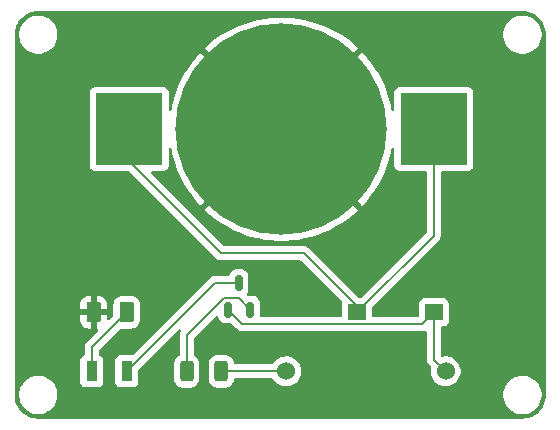
<source format=gtl>
G04 #@! TF.GenerationSoftware,KiCad,Pcbnew,9.0.7*
G04 #@! TF.CreationDate,2026-02-22T02:57:33-08:00*
G04 #@! TF.ProjectId,Cup Cover,43757020-436f-4766-9572-2e6b69636164,rev?*
G04 #@! TF.SameCoordinates,Original*
G04 #@! TF.FileFunction,Copper,L1,Top*
G04 #@! TF.FilePolarity,Positive*
%FSLAX46Y46*%
G04 Gerber Fmt 4.6, Leading zero omitted, Abs format (unit mm)*
G04 Created by KiCad (PCBNEW 9.0.7) date 2026-02-22 02:57:33*
%MOMM*%
%LPD*%
G01*
G04 APERTURE LIST*
G04 Aperture macros list*
%AMRoundRect*
0 Rectangle with rounded corners*
0 $1 Rounding radius*
0 $2 $3 $4 $5 $6 $7 $8 $9 X,Y pos of 4 corners*
0 Add a 4 corners polygon primitive as box body*
4,1,4,$2,$3,$4,$5,$6,$7,$8,$9,$2,$3,0*
0 Add four circle primitives for the rounded corners*
1,1,$1+$1,$2,$3*
1,1,$1+$1,$4,$5*
1,1,$1+$1,$6,$7*
1,1,$1+$1,$8,$9*
0 Add four rect primitives between the rounded corners*
20,1,$1+$1,$2,$3,$4,$5,0*
20,1,$1+$1,$4,$5,$6,$7,0*
20,1,$1+$1,$6,$7,$8,$9,0*
20,1,$1+$1,$8,$9,$2,$3,0*%
G04 Aperture macros list end*
G04 #@! TA.AperFunction,SMDPad,CuDef*
%ADD10RoundRect,0.250000X-0.375000X-0.625000X0.375000X-0.625000X0.375000X0.625000X-0.375000X0.625000X0*%
G04 #@! TD*
G04 #@! TA.AperFunction,ComponentPad*
%ADD11C,1.530000*%
G04 #@! TD*
G04 #@! TA.AperFunction,SMDPad,CuDef*
%ADD12C,17.900000*%
G04 #@! TD*
G04 #@! TA.AperFunction,SMDPad,CuDef*
%ADD13R,5.700000X6.100000*%
G04 #@! TD*
G04 #@! TA.AperFunction,SMDPad,CuDef*
%ADD14R,1.500000X1.400000*%
G04 #@! TD*
G04 #@! TA.AperFunction,SMDPad,CuDef*
%ADD15RoundRect,0.150000X0.150000X-0.512500X0.150000X0.512500X-0.150000X0.512500X-0.150000X-0.512500X0*%
G04 #@! TD*
G04 #@! TA.AperFunction,SMDPad,CuDef*
%ADD16R,0.970000X1.730000*%
G04 #@! TD*
G04 #@! TA.AperFunction,SMDPad,CuDef*
%ADD17RoundRect,0.250000X0.312500X0.625000X-0.312500X0.625000X-0.312500X-0.625000X0.312500X-0.625000X0*%
G04 #@! TD*
G04 #@! TA.AperFunction,Conductor*
%ADD18C,0.200000*%
G04 #@! TD*
G04 APERTURE END LIST*
D10*
X59700000Y-62000000D03*
X62500000Y-62000000D03*
D11*
X76000000Y-67000000D03*
D12*
X75600000Y-46500000D03*
D13*
X88500000Y-46500000D03*
X62700000Y-46500000D03*
D14*
X82000000Y-62000000D03*
X88500000Y-62000000D03*
D11*
X89500000Y-67000000D03*
D15*
X71050000Y-61775000D03*
X72950000Y-61775000D03*
X72000000Y-59500000D03*
D16*
X62500000Y-67000000D03*
X59540000Y-67000000D03*
D17*
X70500000Y-67000000D03*
X67575000Y-67000000D03*
D18*
X82000000Y-61500000D02*
X82000000Y-62000000D01*
X77500000Y-57000000D02*
X82000000Y-61500000D01*
X70500000Y-57000000D02*
X77500000Y-57000000D01*
X62700000Y-49200000D02*
X70500000Y-57000000D01*
X62700000Y-46500000D02*
X62700000Y-49200000D01*
X75600000Y-46500000D02*
X75550000Y-46450000D01*
X88500000Y-46500000D02*
X88500000Y-55500000D01*
X88500000Y-55500000D02*
X82000000Y-62000000D01*
X70000000Y-59500000D02*
X62500000Y-67000000D01*
X72000000Y-59500000D02*
X70000000Y-59500000D01*
X71986500Y-60811500D02*
X72950000Y-61775000D01*
X67575000Y-63945532D02*
X70709032Y-60811500D01*
X67575000Y-67000000D02*
X67575000Y-63945532D01*
X70709032Y-60811500D02*
X71986500Y-60811500D01*
X59540000Y-64960000D02*
X62500000Y-62000000D01*
X59540000Y-67000000D02*
X59540000Y-64960000D01*
X72276000Y-63001000D02*
X71050000Y-61775000D01*
X88500000Y-62000000D02*
X88500000Y-66000000D01*
X88500000Y-66000000D02*
X89500000Y-67000000D01*
X88500000Y-62000000D02*
X87499000Y-63001000D01*
X87499000Y-63001000D02*
X72276000Y-63001000D01*
X76000000Y-67000000D02*
X70500000Y-67000000D01*
G04 #@! TA.AperFunction,Conductor*
G36*
X96004043Y-36500765D02*
G01*
X96252895Y-36517075D01*
X96268953Y-36519190D01*
X96476105Y-36560395D01*
X96509535Y-36567045D01*
X96525202Y-36571243D01*
X96694947Y-36628863D01*
X96757481Y-36650091D01*
X96772458Y-36656294D01*
X96981799Y-36759529D01*
X96992460Y-36764787D01*
X97006508Y-36772897D01*
X97210464Y-36909177D01*
X97223325Y-36919045D01*
X97315688Y-37000046D01*
X97407749Y-37080781D01*
X97419218Y-37092250D01*
X97580951Y-37276671D01*
X97590825Y-37289539D01*
X97727102Y-37493492D01*
X97735212Y-37507539D01*
X97843702Y-37727534D01*
X97849909Y-37742520D01*
X97928756Y-37974797D01*
X97932954Y-37990464D01*
X97980807Y-38231035D01*
X97982925Y-38247116D01*
X97999235Y-38495956D01*
X97999500Y-38504066D01*
X97999500Y-68995933D01*
X97999235Y-69004043D01*
X97982925Y-69252883D01*
X97980807Y-69268964D01*
X97932954Y-69509535D01*
X97928756Y-69525202D01*
X97849909Y-69757479D01*
X97843702Y-69772465D01*
X97735212Y-69992460D01*
X97727102Y-70006507D01*
X97590825Y-70210460D01*
X97580951Y-70223328D01*
X97419218Y-70407749D01*
X97407749Y-70419218D01*
X97223328Y-70580951D01*
X97210460Y-70590825D01*
X97006507Y-70727102D01*
X96992460Y-70735212D01*
X96772465Y-70843702D01*
X96757479Y-70849909D01*
X96525202Y-70928756D01*
X96509535Y-70932954D01*
X96268964Y-70980807D01*
X96252883Y-70982925D01*
X96004043Y-70999235D01*
X95995933Y-70999500D01*
X55004067Y-70999500D01*
X54995957Y-70999235D01*
X54747116Y-70982925D01*
X54731035Y-70980807D01*
X54490464Y-70932954D01*
X54474797Y-70928756D01*
X54242520Y-70849909D01*
X54227534Y-70843702D01*
X54007539Y-70735212D01*
X53993492Y-70727102D01*
X53789539Y-70590825D01*
X53776671Y-70580951D01*
X53774081Y-70578680D01*
X53592250Y-70419218D01*
X53580781Y-70407749D01*
X53419048Y-70223328D01*
X53409174Y-70210460D01*
X53272897Y-70006507D01*
X53264787Y-69992460D01*
X53259529Y-69981799D01*
X53156294Y-69772458D01*
X53150090Y-69757479D01*
X53071243Y-69525202D01*
X53067045Y-69509535D01*
X53043618Y-69391759D01*
X53019190Y-69268953D01*
X53017075Y-69252895D01*
X53000765Y-69004043D01*
X53000500Y-68995933D01*
X53000500Y-68872619D01*
X53381466Y-68872619D01*
X53381466Y-68939471D01*
X53381466Y-69127381D01*
X53421320Y-69379008D01*
X53500046Y-69621301D01*
X53615705Y-69848297D01*
X53765451Y-70054404D01*
X53945596Y-70234549D01*
X54151703Y-70384295D01*
X54378699Y-70499954D01*
X54620992Y-70578680D01*
X54872619Y-70618534D01*
X54872620Y-70618534D01*
X55127380Y-70618534D01*
X55127381Y-70618534D01*
X55379008Y-70578680D01*
X55621301Y-70499954D01*
X55848297Y-70384295D01*
X56054404Y-70234549D01*
X56234549Y-70054404D01*
X56384295Y-69848297D01*
X56499954Y-69621301D01*
X56578680Y-69379008D01*
X56618534Y-69127381D01*
X56618534Y-68872619D01*
X94381466Y-68872619D01*
X94381466Y-68939471D01*
X94381466Y-69127381D01*
X94421320Y-69379008D01*
X94500046Y-69621301D01*
X94615705Y-69848297D01*
X94765451Y-70054404D01*
X94945596Y-70234549D01*
X95151703Y-70384295D01*
X95378699Y-70499954D01*
X95620992Y-70578680D01*
X95872619Y-70618534D01*
X95872620Y-70618534D01*
X96127380Y-70618534D01*
X96127381Y-70618534D01*
X96379008Y-70578680D01*
X96621301Y-70499954D01*
X96848297Y-70384295D01*
X97054404Y-70234549D01*
X97234549Y-70054404D01*
X97384295Y-69848297D01*
X97499954Y-69621301D01*
X97578680Y-69379008D01*
X97618534Y-69127381D01*
X97618534Y-68872619D01*
X97578680Y-68620992D01*
X97499954Y-68378699D01*
X97384295Y-68151703D01*
X97234549Y-67945596D01*
X97054404Y-67765451D01*
X96848297Y-67615705D01*
X96621301Y-67500046D01*
X96379008Y-67421320D01*
X96127381Y-67381466D01*
X95872619Y-67381466D01*
X95746805Y-67401393D01*
X95620991Y-67421320D01*
X95508574Y-67457846D01*
X95378699Y-67500046D01*
X95378696Y-67500047D01*
X95378694Y-67500048D01*
X95151701Y-67615706D01*
X95151698Y-67615708D01*
X95070066Y-67675018D01*
X94945596Y-67765451D01*
X94945594Y-67765453D01*
X94945593Y-67765453D01*
X94765453Y-67945593D01*
X94765453Y-67945594D01*
X94765451Y-67945596D01*
X94696027Y-68041149D01*
X94615708Y-68151698D01*
X94615706Y-68151701D01*
X94500048Y-68378694D01*
X94500047Y-68378696D01*
X94500046Y-68378699D01*
X94421320Y-68620992D01*
X94381466Y-68872619D01*
X56618534Y-68872619D01*
X56578680Y-68620992D01*
X56499954Y-68378699D01*
X56384295Y-68151703D01*
X56234549Y-67945596D01*
X56054404Y-67765451D01*
X55848297Y-67615705D01*
X55621301Y-67500046D01*
X55379008Y-67421320D01*
X55127381Y-67381466D01*
X54872619Y-67381466D01*
X54746805Y-67401393D01*
X54620991Y-67421320D01*
X54508574Y-67457846D01*
X54378699Y-67500046D01*
X54378696Y-67500047D01*
X54378694Y-67500048D01*
X54151701Y-67615706D01*
X54151698Y-67615708D01*
X54070066Y-67675018D01*
X53945596Y-67765451D01*
X53945594Y-67765453D01*
X53945593Y-67765453D01*
X53765453Y-67945593D01*
X53765453Y-67945594D01*
X53765451Y-67945596D01*
X53696027Y-68041149D01*
X53615708Y-68151698D01*
X53615706Y-68151701D01*
X53500048Y-68378694D01*
X53500047Y-68378696D01*
X53500046Y-68378699D01*
X53421320Y-68620992D01*
X53381466Y-68872619D01*
X53000500Y-68872619D01*
X53000500Y-66087135D01*
X58554500Y-66087135D01*
X58554500Y-67912870D01*
X58554501Y-67912876D01*
X58560908Y-67972483D01*
X58611202Y-68107328D01*
X58611206Y-68107335D01*
X58697452Y-68222544D01*
X58697455Y-68222547D01*
X58812664Y-68308793D01*
X58812671Y-68308797D01*
X58947517Y-68359091D01*
X58947516Y-68359091D01*
X58954444Y-68359835D01*
X59007127Y-68365500D01*
X60072872Y-68365499D01*
X60132483Y-68359091D01*
X60267331Y-68308796D01*
X60382546Y-68222546D01*
X60468796Y-68107331D01*
X60519091Y-67972483D01*
X60525500Y-67912873D01*
X60525499Y-66087128D01*
X60519867Y-66034733D01*
X60519091Y-66027516D01*
X60468797Y-65892671D01*
X60468793Y-65892664D01*
X60382547Y-65777455D01*
X60382544Y-65777452D01*
X60267335Y-65691206D01*
X60267329Y-65691203D01*
X60221166Y-65673985D01*
X60165233Y-65632113D01*
X60140816Y-65566649D01*
X60140500Y-65557803D01*
X60140500Y-65260096D01*
X60160185Y-65193057D01*
X60176814Y-65172420D01*
X61941456Y-63407777D01*
X62002777Y-63374294D01*
X62041734Y-63372102D01*
X62074991Y-63375500D01*
X62925008Y-63375499D01*
X62925016Y-63375498D01*
X62925019Y-63375498D01*
X62981650Y-63369713D01*
X63027797Y-63364999D01*
X63194334Y-63309814D01*
X63343656Y-63217712D01*
X63467712Y-63093656D01*
X63559814Y-62944334D01*
X63614999Y-62777797D01*
X63625500Y-62675009D01*
X63625499Y-61324992D01*
X63614999Y-61222203D01*
X63559814Y-61055666D01*
X63467712Y-60906344D01*
X63343656Y-60782288D01*
X63194334Y-60690186D01*
X63027797Y-60635001D01*
X63027795Y-60635000D01*
X62925010Y-60624500D01*
X62074998Y-60624500D01*
X62074980Y-60624501D01*
X61972203Y-60635000D01*
X61972200Y-60635001D01*
X61805668Y-60690185D01*
X61805663Y-60690187D01*
X61656342Y-60782289D01*
X61532289Y-60906342D01*
X61440187Y-61055663D01*
X61440185Y-61055668D01*
X61434460Y-61072945D01*
X61385001Y-61222203D01*
X61385001Y-61222204D01*
X61385000Y-61222204D01*
X61374500Y-61324983D01*
X61374500Y-62224901D01*
X61354815Y-62291940D01*
X61338181Y-62312582D01*
X61036681Y-62614082D01*
X60975358Y-62647567D01*
X60905666Y-62642583D01*
X60849733Y-62600711D01*
X60825316Y-62535247D01*
X60825000Y-62526401D01*
X60825000Y-62250000D01*
X59950000Y-62250000D01*
X59950000Y-63374999D01*
X59976402Y-63374999D01*
X60043441Y-63394684D01*
X60089196Y-63447488D01*
X60099140Y-63516646D01*
X60070115Y-63580202D01*
X60064083Y-63586680D01*
X59171286Y-64479478D01*
X59059481Y-64591282D01*
X59059479Y-64591285D01*
X59009361Y-64678094D01*
X59009359Y-64678096D01*
X58980425Y-64728209D01*
X58980424Y-64728210D01*
X58980423Y-64728215D01*
X58939499Y-64880943D01*
X58939499Y-64880945D01*
X58939499Y-65049046D01*
X58939500Y-65049059D01*
X58939500Y-65557803D01*
X58919815Y-65624842D01*
X58867011Y-65670597D01*
X58858834Y-65673985D01*
X58812670Y-65691203D01*
X58812664Y-65691206D01*
X58697455Y-65777452D01*
X58697452Y-65777455D01*
X58611206Y-65892664D01*
X58611202Y-65892671D01*
X58560908Y-66027517D01*
X58554501Y-66087116D01*
X58554501Y-66087123D01*
X58554500Y-66087135D01*
X53000500Y-66087135D01*
X53000500Y-62674986D01*
X58575001Y-62674986D01*
X58585494Y-62777697D01*
X58640641Y-62944119D01*
X58640643Y-62944124D01*
X58732684Y-63093345D01*
X58856654Y-63217315D01*
X59005875Y-63309356D01*
X59005880Y-63309358D01*
X59172302Y-63364505D01*
X59172309Y-63364506D01*
X59275019Y-63374999D01*
X59449999Y-63374999D01*
X59450000Y-63374998D01*
X59450000Y-62250000D01*
X58575001Y-62250000D01*
X58575001Y-62674986D01*
X53000500Y-62674986D01*
X53000500Y-61325013D01*
X58575000Y-61325013D01*
X58575000Y-61750000D01*
X59450000Y-61750000D01*
X59950000Y-61750000D01*
X60824999Y-61750000D01*
X60824999Y-61325028D01*
X60824998Y-61325013D01*
X60814505Y-61222302D01*
X60759358Y-61055880D01*
X60759356Y-61055875D01*
X60667315Y-60906654D01*
X60543345Y-60782684D01*
X60394124Y-60690643D01*
X60394119Y-60690641D01*
X60227697Y-60635494D01*
X60227690Y-60635493D01*
X60124986Y-60625000D01*
X59950000Y-60625000D01*
X59950000Y-61750000D01*
X59450000Y-61750000D01*
X59450000Y-60625000D01*
X59275029Y-60625000D01*
X59275012Y-60625001D01*
X59172302Y-60635494D01*
X59005880Y-60690641D01*
X59005875Y-60690643D01*
X58856654Y-60782684D01*
X58732684Y-60906654D01*
X58640643Y-61055875D01*
X58640641Y-61055880D01*
X58585494Y-61222302D01*
X58585493Y-61222309D01*
X58575000Y-61325013D01*
X53000500Y-61325013D01*
X53000500Y-43402135D01*
X59349500Y-43402135D01*
X59349500Y-49597870D01*
X59349501Y-49597876D01*
X59355908Y-49657483D01*
X59406202Y-49792328D01*
X59406206Y-49792335D01*
X59492452Y-49907544D01*
X59492455Y-49907547D01*
X59607664Y-49993793D01*
X59607671Y-49993797D01*
X59742517Y-50044091D01*
X59742516Y-50044091D01*
X59749444Y-50044835D01*
X59802127Y-50050500D01*
X62649902Y-50050499D01*
X62716941Y-50070184D01*
X62737582Y-50086817D01*
X70131284Y-57480520D01*
X70268215Y-57559577D01*
X70420943Y-57600501D01*
X70420946Y-57600501D01*
X70586654Y-57600501D01*
X70586670Y-57600500D01*
X77199903Y-57600500D01*
X77266942Y-57620185D01*
X77287584Y-57636819D01*
X80723710Y-61072945D01*
X80757195Y-61134268D01*
X80756708Y-61189130D01*
X80755909Y-61192511D01*
X80749501Y-61252116D01*
X80749500Y-61252127D01*
X80749500Y-61823735D01*
X80749501Y-62276500D01*
X80729817Y-62343539D01*
X80677013Y-62389294D01*
X80625501Y-62400500D01*
X73874500Y-62400500D01*
X73807461Y-62380815D01*
X73761706Y-62328011D01*
X73750500Y-62276500D01*
X73750500Y-61196813D01*
X73750499Y-61196798D01*
X73747598Y-61159932D01*
X73747597Y-61159926D01*
X73701745Y-61002106D01*
X73701744Y-61002103D01*
X73701744Y-61002102D01*
X73618081Y-60860635D01*
X73618079Y-60860633D01*
X73618076Y-60860629D01*
X73501870Y-60744423D01*
X73501862Y-60744417D01*
X73360396Y-60660755D01*
X73360393Y-60660754D01*
X73202573Y-60614902D01*
X73202567Y-60614901D01*
X73165701Y-60612000D01*
X73165694Y-60612000D01*
X72767895Y-60612000D01*
X72700856Y-60592315D01*
X72655101Y-60539511D01*
X72645157Y-60470353D01*
X72665671Y-60422003D01*
X72664110Y-60421080D01*
X72678026Y-60397548D01*
X72751744Y-60272898D01*
X72797598Y-60115069D01*
X72800500Y-60078194D01*
X72800500Y-58921806D01*
X72797598Y-58884931D01*
X72751744Y-58727102D01*
X72668081Y-58585635D01*
X72668079Y-58585633D01*
X72668076Y-58585629D01*
X72551870Y-58469423D01*
X72551862Y-58469417D01*
X72410396Y-58385755D01*
X72410393Y-58385754D01*
X72252573Y-58339902D01*
X72252567Y-58339901D01*
X72215701Y-58337000D01*
X72215694Y-58337000D01*
X71784306Y-58337000D01*
X71784298Y-58337000D01*
X71747432Y-58339901D01*
X71747426Y-58339902D01*
X71589606Y-58385754D01*
X71589603Y-58385755D01*
X71448137Y-58469417D01*
X71448129Y-58469423D01*
X71331923Y-58585629D01*
X71331917Y-58585637D01*
X71248255Y-58727103D01*
X71248254Y-58727104D01*
X71224143Y-58810096D01*
X71186536Y-58868981D01*
X71123064Y-58898187D01*
X71105067Y-58899500D01*
X70086670Y-58899500D01*
X70086654Y-58899499D01*
X70079058Y-58899499D01*
X69920943Y-58899499D01*
X69844579Y-58919961D01*
X69768214Y-58940423D01*
X69768209Y-58940426D01*
X69631290Y-59019475D01*
X69631282Y-59019481D01*
X63052582Y-65598181D01*
X62991259Y-65631666D01*
X62964901Y-65634500D01*
X61967129Y-65634500D01*
X61967123Y-65634501D01*
X61907516Y-65640908D01*
X61772671Y-65691202D01*
X61772664Y-65691206D01*
X61657455Y-65777452D01*
X61657452Y-65777455D01*
X61571206Y-65892664D01*
X61571202Y-65892671D01*
X61520908Y-66027517D01*
X61514501Y-66087116D01*
X61514501Y-66087123D01*
X61514500Y-66087135D01*
X61514500Y-67912870D01*
X61514501Y-67912876D01*
X61520908Y-67972483D01*
X61571202Y-68107328D01*
X61571206Y-68107335D01*
X61657452Y-68222544D01*
X61657455Y-68222547D01*
X61772664Y-68308793D01*
X61772671Y-68308797D01*
X61907517Y-68359091D01*
X61907516Y-68359091D01*
X61914444Y-68359835D01*
X61967127Y-68365500D01*
X63032872Y-68365499D01*
X63092483Y-68359091D01*
X63227331Y-68308796D01*
X63342546Y-68222546D01*
X63428796Y-68107331D01*
X63479091Y-67972483D01*
X63485500Y-67912873D01*
X63485499Y-66915095D01*
X63505183Y-66848057D01*
X63521813Y-66827420D01*
X66868421Y-63480813D01*
X66885330Y-63471580D01*
X66899277Y-63458282D01*
X66915364Y-63455180D01*
X66929742Y-63447330D01*
X66948961Y-63448704D01*
X66967884Y-63445057D01*
X66983093Y-63451145D01*
X66999434Y-63452314D01*
X67014859Y-63463861D01*
X67032749Y-63471023D01*
X67042253Y-63484368D01*
X67055367Y-63494186D01*
X67062100Y-63512238D01*
X67073279Y-63527936D01*
X67074058Y-63544300D01*
X67079784Y-63559650D01*
X67075687Y-63578479D01*
X67076605Y-63597727D01*
X67065425Y-63625656D01*
X67064932Y-63627923D01*
X67063489Y-63630493D01*
X67044362Y-63663624D01*
X67044359Y-63663628D01*
X67015425Y-63713741D01*
X67015424Y-63713742D01*
X67015423Y-63713747D01*
X66974499Y-63866475D01*
X66974499Y-63866477D01*
X66974499Y-64034578D01*
X66974500Y-64034591D01*
X66974500Y-65601652D01*
X66954815Y-65668691D01*
X66915598Y-65707189D01*
X66871321Y-65734500D01*
X66793842Y-65782289D01*
X66669789Y-65906342D01*
X66577687Y-66055663D01*
X66577685Y-66055668D01*
X66567260Y-66087129D01*
X66522501Y-66222203D01*
X66522501Y-66222204D01*
X66522500Y-66222204D01*
X66512000Y-66324983D01*
X66512000Y-67675001D01*
X66512001Y-67675018D01*
X66522500Y-67777796D01*
X66522501Y-67777799D01*
X66577685Y-67944331D01*
X66577687Y-67944336D01*
X66578463Y-67945594D01*
X66669788Y-68093656D01*
X66793844Y-68217712D01*
X66943166Y-68309814D01*
X67109703Y-68364999D01*
X67212491Y-68375500D01*
X67937508Y-68375499D01*
X67937516Y-68375498D01*
X67937519Y-68375498D01*
X68035392Y-68365500D01*
X68040297Y-68364999D01*
X68206834Y-68309814D01*
X68356156Y-68217712D01*
X68480212Y-68093656D01*
X68572314Y-67944334D01*
X68627499Y-67777797D01*
X68638000Y-67675009D01*
X68637999Y-66324992D01*
X68637998Y-66324983D01*
X69437000Y-66324983D01*
X69437000Y-67675001D01*
X69437001Y-67675018D01*
X69447500Y-67777796D01*
X69447501Y-67777799D01*
X69502685Y-67944331D01*
X69502687Y-67944336D01*
X69503463Y-67945594D01*
X69594788Y-68093656D01*
X69718844Y-68217712D01*
X69868166Y-68309814D01*
X70034703Y-68364999D01*
X70137491Y-68375500D01*
X70862508Y-68375499D01*
X70862516Y-68375498D01*
X70862519Y-68375498D01*
X70960392Y-68365500D01*
X70965297Y-68364999D01*
X71131834Y-68309814D01*
X71281156Y-68217712D01*
X71405212Y-68093656D01*
X71497314Y-67944334D01*
X71552499Y-67777797D01*
X71554931Y-67753989D01*
X71559232Y-67711897D01*
X71585629Y-67647205D01*
X71642810Y-67607054D01*
X71682590Y-67600500D01*
X74809740Y-67600500D01*
X74876779Y-67620185D01*
X74915466Y-67659707D01*
X74917647Y-67663266D01*
X75034731Y-67824418D01*
X75175582Y-67965269D01*
X75336734Y-68082353D01*
X75472841Y-68151703D01*
X75514219Y-68172786D01*
X75703657Y-68234338D01*
X75703658Y-68234338D01*
X75703661Y-68234339D01*
X75900403Y-68265500D01*
X75900404Y-68265500D01*
X76099596Y-68265500D01*
X76099597Y-68265500D01*
X76296339Y-68234339D01*
X76296342Y-68234338D01*
X76296343Y-68234338D01*
X76485780Y-68172786D01*
X76485780Y-68172785D01*
X76485783Y-68172785D01*
X76663266Y-68082353D01*
X76824418Y-67965269D01*
X76965269Y-67824418D01*
X77082353Y-67663266D01*
X77172785Y-67485783D01*
X77234339Y-67296339D01*
X77265500Y-67099597D01*
X77265500Y-66900403D01*
X77234339Y-66703661D01*
X77234338Y-66703657D01*
X77234338Y-66703656D01*
X77172786Y-66514219D01*
X77155616Y-66480521D01*
X77082353Y-66336734D01*
X76965269Y-66175582D01*
X76824418Y-66034731D01*
X76663266Y-65917647D01*
X76614234Y-65892664D01*
X76485780Y-65827213D01*
X76296342Y-65765661D01*
X76148782Y-65742290D01*
X76099597Y-65734500D01*
X75900403Y-65734500D01*
X75834822Y-65744887D01*
X75703659Y-65765661D01*
X75703656Y-65765661D01*
X75514219Y-65827213D01*
X75336733Y-65917647D01*
X75332197Y-65920943D01*
X75175582Y-66034731D01*
X75175580Y-66034733D01*
X75175579Y-66034733D01*
X75034733Y-66175579D01*
X75034733Y-66175580D01*
X75034731Y-66175582D01*
X75000861Y-66222200D01*
X74917647Y-66336733D01*
X74915466Y-66340293D01*
X74863652Y-66387167D01*
X74809740Y-66399500D01*
X71682589Y-66399500D01*
X71615550Y-66379815D01*
X71569795Y-66327011D01*
X71559231Y-66288102D01*
X71557339Y-66269591D01*
X71552499Y-66222203D01*
X71497314Y-66055666D01*
X71405212Y-65906344D01*
X71281156Y-65782288D01*
X71133488Y-65691206D01*
X71131836Y-65690187D01*
X71131831Y-65690185D01*
X71100497Y-65679802D01*
X70965297Y-65635001D01*
X70965295Y-65635000D01*
X70862510Y-65624500D01*
X70137498Y-65624500D01*
X70137480Y-65624501D01*
X70034703Y-65635000D01*
X70034700Y-65635001D01*
X69868168Y-65690185D01*
X69868163Y-65690187D01*
X69718842Y-65782289D01*
X69594789Y-65906342D01*
X69502687Y-66055663D01*
X69502685Y-66055668D01*
X69492260Y-66087129D01*
X69447501Y-66222203D01*
X69447501Y-66222204D01*
X69447500Y-66222204D01*
X69437000Y-66324983D01*
X68637998Y-66324983D01*
X68627499Y-66222203D01*
X68572314Y-66055666D01*
X68480212Y-65906344D01*
X68356156Y-65782288D01*
X68234402Y-65707190D01*
X68187679Y-65655243D01*
X68175500Y-65601652D01*
X68175500Y-64245629D01*
X68195185Y-64178590D01*
X68211819Y-64157948D01*
X69112307Y-63257460D01*
X70043105Y-62326661D01*
X70104426Y-62293178D01*
X70174118Y-62298162D01*
X70230051Y-62340034D01*
X70249397Y-62384344D01*
X70250634Y-62383985D01*
X70298254Y-62547893D01*
X70298255Y-62547896D01*
X70381917Y-62689362D01*
X70381923Y-62689370D01*
X70498129Y-62805576D01*
X70498133Y-62805579D01*
X70498135Y-62805581D01*
X70639602Y-62889244D01*
X70681224Y-62901336D01*
X70797426Y-62935097D01*
X70797429Y-62935097D01*
X70797431Y-62935098D01*
X70834306Y-62938000D01*
X70834314Y-62938000D01*
X71265686Y-62938000D01*
X71265694Y-62938000D01*
X71299622Y-62935329D01*
X71367996Y-62949692D01*
X71397031Y-62971266D01*
X71791139Y-63365374D01*
X71791149Y-63365385D01*
X71795479Y-63369715D01*
X71795480Y-63369716D01*
X71907284Y-63481520D01*
X71929223Y-63494186D01*
X71994095Y-63531639D01*
X71994097Y-63531641D01*
X72032151Y-63553611D01*
X72044215Y-63560577D01*
X72196943Y-63601501D01*
X72196946Y-63601501D01*
X72362653Y-63601501D01*
X72362669Y-63601500D01*
X87412331Y-63601500D01*
X87412347Y-63601501D01*
X87419943Y-63601501D01*
X87578054Y-63601501D01*
X87578057Y-63601501D01*
X87730785Y-63560577D01*
X87730786Y-63560576D01*
X87738636Y-63558473D01*
X87739183Y-63560514D01*
X87797512Y-63554241D01*
X87859993Y-63585514D01*
X87895647Y-63645602D01*
X87899500Y-63676272D01*
X87899500Y-65913330D01*
X87899499Y-65913348D01*
X87899499Y-66079054D01*
X87899498Y-66079054D01*
X87940423Y-66231785D01*
X87969358Y-66281900D01*
X87969359Y-66281904D01*
X87969360Y-66281904D01*
X87994240Y-66324999D01*
X88019479Y-66368714D01*
X88019481Y-66368717D01*
X88138349Y-66487585D01*
X88138355Y-66487590D01*
X88233741Y-66582976D01*
X88267226Y-66644299D01*
X88266638Y-66699588D01*
X88265661Y-66703659D01*
X88234500Y-66900403D01*
X88234500Y-67099596D01*
X88265661Y-67296340D01*
X88265661Y-67296343D01*
X88327213Y-67485780D01*
X88415834Y-67659707D01*
X88417647Y-67663266D01*
X88534731Y-67824418D01*
X88675582Y-67965269D01*
X88836734Y-68082353D01*
X88972841Y-68151703D01*
X89014219Y-68172786D01*
X89203657Y-68234338D01*
X89203658Y-68234338D01*
X89203661Y-68234339D01*
X89400403Y-68265500D01*
X89400404Y-68265500D01*
X89599596Y-68265500D01*
X89599597Y-68265500D01*
X89796339Y-68234339D01*
X89796342Y-68234338D01*
X89796343Y-68234338D01*
X89985780Y-68172786D01*
X89985780Y-68172785D01*
X89985783Y-68172785D01*
X90163266Y-68082353D01*
X90324418Y-67965269D01*
X90465269Y-67824418D01*
X90582353Y-67663266D01*
X90672785Y-67485783D01*
X90734339Y-67296339D01*
X90765500Y-67099597D01*
X90765500Y-66900403D01*
X90734339Y-66703661D01*
X90734338Y-66703657D01*
X90734338Y-66703656D01*
X90672786Y-66514219D01*
X90655616Y-66480521D01*
X90582353Y-66336734D01*
X90465269Y-66175582D01*
X90324418Y-66034731D01*
X90163266Y-65917647D01*
X90114234Y-65892664D01*
X89985780Y-65827213D01*
X89796342Y-65765661D01*
X89648782Y-65742290D01*
X89599597Y-65734500D01*
X89400403Y-65734500D01*
X89243897Y-65759287D01*
X89174604Y-65750332D01*
X89121152Y-65705336D01*
X89100513Y-65638584D01*
X89100500Y-65636814D01*
X89100500Y-63324499D01*
X89120185Y-63257460D01*
X89172989Y-63211705D01*
X89224500Y-63200499D01*
X89297871Y-63200499D01*
X89297872Y-63200499D01*
X89357483Y-63194091D01*
X89492331Y-63143796D01*
X89607546Y-63057546D01*
X89693796Y-62942331D01*
X89744091Y-62807483D01*
X89750500Y-62747873D01*
X89750499Y-61252128D01*
X89744091Y-61192517D01*
X89731937Y-61159931D01*
X89693797Y-61057671D01*
X89693793Y-61057664D01*
X89607547Y-60942455D01*
X89607544Y-60942452D01*
X89492335Y-60856206D01*
X89492328Y-60856202D01*
X89357482Y-60805908D01*
X89357483Y-60805908D01*
X89297883Y-60799501D01*
X89297881Y-60799500D01*
X89297873Y-60799500D01*
X89297864Y-60799500D01*
X87702129Y-60799500D01*
X87702123Y-60799501D01*
X87642516Y-60805908D01*
X87507671Y-60856202D01*
X87507664Y-60856206D01*
X87392455Y-60942452D01*
X87392452Y-60942455D01*
X87306206Y-61057664D01*
X87306202Y-61057671D01*
X87255908Y-61192517D01*
X87249501Y-61252116D01*
X87249500Y-61252127D01*
X87249500Y-61823735D01*
X87249501Y-62276500D01*
X87229817Y-62343539D01*
X87177013Y-62389294D01*
X87125501Y-62400500D01*
X83374500Y-62400500D01*
X83307461Y-62380815D01*
X83261706Y-62328011D01*
X83250500Y-62276500D01*
X83250499Y-61650096D01*
X83270183Y-61583057D01*
X83286813Y-61562420D01*
X88868713Y-55980521D01*
X88868716Y-55980520D01*
X88980520Y-55868716D01*
X89030639Y-55781904D01*
X89059577Y-55731785D01*
X89100500Y-55579057D01*
X89100500Y-55420943D01*
X89100500Y-50174499D01*
X89120185Y-50107460D01*
X89172989Y-50061705D01*
X89224500Y-50050499D01*
X91397871Y-50050499D01*
X91397872Y-50050499D01*
X91457483Y-50044091D01*
X91592331Y-49993796D01*
X91707546Y-49907546D01*
X91793796Y-49792331D01*
X91844091Y-49657483D01*
X91850500Y-49597873D01*
X91850499Y-43402128D01*
X91844091Y-43342517D01*
X91793796Y-43207669D01*
X91793795Y-43207668D01*
X91793793Y-43207664D01*
X91707547Y-43092455D01*
X91707544Y-43092452D01*
X91592335Y-43006206D01*
X91592328Y-43006202D01*
X91457482Y-42955908D01*
X91457483Y-42955908D01*
X91397883Y-42949501D01*
X91397881Y-42949500D01*
X91397873Y-42949500D01*
X91397864Y-42949500D01*
X85602129Y-42949500D01*
X85602123Y-42949501D01*
X85542516Y-42955908D01*
X85407671Y-43006202D01*
X85407664Y-43006206D01*
X85292455Y-43092452D01*
X85292452Y-43092455D01*
X85206206Y-43207664D01*
X85206202Y-43207671D01*
X85155908Y-43342517D01*
X85149501Y-43402116D01*
X85149501Y-43402123D01*
X85149500Y-43402135D01*
X85149500Y-44819658D01*
X85129815Y-44886697D01*
X85077011Y-44932452D01*
X85007853Y-44942396D01*
X84944297Y-44913371D01*
X84906523Y-44854593D01*
X84903531Y-44842010D01*
X84843734Y-44515712D01*
X84707064Y-43961216D01*
X84707062Y-43961210D01*
X84537161Y-43415980D01*
X84334650Y-42882001D01*
X84100262Y-42361212D01*
X83834852Y-41855515D01*
X83539413Y-41366799D01*
X83539397Y-41366774D01*
X83214988Y-40896787D01*
X82862786Y-40447233D01*
X82862785Y-40447232D01*
X82484081Y-40019765D01*
X82484063Y-40019746D01*
X82458935Y-39994618D01*
X75953554Y-46499999D01*
X75953554Y-46500000D01*
X82458934Y-53005380D01*
X82484079Y-52980236D01*
X82484096Y-52980218D01*
X82862785Y-52552767D01*
X82862786Y-52552766D01*
X83214988Y-52103212D01*
X83539397Y-51633225D01*
X83539413Y-51633200D01*
X83834852Y-51144484D01*
X84100262Y-50638787D01*
X84334650Y-50117998D01*
X84537161Y-49584019D01*
X84707062Y-49038789D01*
X84707064Y-49038783D01*
X84843735Y-48484284D01*
X84903531Y-48157987D01*
X84934977Y-48095593D01*
X84995164Y-48060106D01*
X85064982Y-48062792D01*
X85122265Y-48102797D01*
X85148825Y-48167421D01*
X85149500Y-48180338D01*
X85149500Y-49597870D01*
X85149501Y-49597876D01*
X85155908Y-49657483D01*
X85206202Y-49792328D01*
X85206206Y-49792335D01*
X85292452Y-49907544D01*
X85292455Y-49907547D01*
X85407664Y-49993793D01*
X85407671Y-49993797D01*
X85542517Y-50044091D01*
X85542516Y-50044091D01*
X85549444Y-50044835D01*
X85602127Y-50050500D01*
X87775500Y-50050499D01*
X87842539Y-50070184D01*
X87888294Y-50122987D01*
X87899500Y-50174499D01*
X87899500Y-55199902D01*
X87879815Y-55266941D01*
X87863181Y-55287583D01*
X82387583Y-60763181D01*
X82360655Y-60777884D01*
X82334837Y-60794477D01*
X82328636Y-60795368D01*
X82326260Y-60796666D01*
X82299902Y-60799500D01*
X82200097Y-60799500D01*
X82133058Y-60779815D01*
X82112416Y-60763181D01*
X77987590Y-56638355D01*
X77987588Y-56638352D01*
X77868717Y-56519481D01*
X77868716Y-56519480D01*
X77781904Y-56469360D01*
X77781904Y-56469359D01*
X77781900Y-56469358D01*
X77731785Y-56440423D01*
X77579057Y-56399499D01*
X77420943Y-56399499D01*
X77413347Y-56399499D01*
X77413331Y-56399500D01*
X70800098Y-56399500D01*
X70733059Y-56379815D01*
X70712417Y-56363181D01*
X67744489Y-53395253D01*
X67708170Y-53358934D01*
X69094618Y-53358934D01*
X69119746Y-53384063D01*
X69119765Y-53384081D01*
X69547232Y-53762785D01*
X69547233Y-53762786D01*
X69996787Y-54114988D01*
X70466774Y-54439397D01*
X70466799Y-54439413D01*
X70955515Y-54734852D01*
X71461212Y-55000262D01*
X71982001Y-55234650D01*
X72515980Y-55437161D01*
X73061210Y-55607062D01*
X73061216Y-55607064D01*
X73615712Y-55743734D01*
X74177468Y-55846680D01*
X74744394Y-55915518D01*
X75314442Y-55949999D01*
X75314464Y-55950000D01*
X75885536Y-55950000D01*
X75885557Y-55949999D01*
X76455605Y-55915518D01*
X77022531Y-55846680D01*
X77584287Y-55743734D01*
X78138783Y-55607064D01*
X78138789Y-55607062D01*
X78684019Y-55437161D01*
X79217998Y-55234650D01*
X79738787Y-55000262D01*
X80244484Y-54734852D01*
X80733200Y-54439413D01*
X80733225Y-54439397D01*
X81203212Y-54114988D01*
X81652766Y-53762786D01*
X81652767Y-53762785D01*
X82080218Y-53384096D01*
X82080236Y-53384079D01*
X82105380Y-53358934D01*
X75600000Y-46853554D01*
X69094618Y-53358934D01*
X67708170Y-53358934D01*
X64611415Y-50262180D01*
X64577930Y-50200857D01*
X64582914Y-50131165D01*
X64624786Y-50075232D01*
X64690250Y-50050815D01*
X64699096Y-50050499D01*
X65597871Y-50050499D01*
X65597872Y-50050499D01*
X65657483Y-50044091D01*
X65792331Y-49993796D01*
X65907546Y-49907546D01*
X65993796Y-49792331D01*
X66044091Y-49657483D01*
X66050500Y-49597873D01*
X66050499Y-48180338D01*
X66070184Y-48113302D01*
X66122987Y-48067547D01*
X66192146Y-48057603D01*
X66255702Y-48086628D01*
X66293476Y-48145406D01*
X66296468Y-48157989D01*
X66356265Y-48484287D01*
X66492935Y-49038783D01*
X66492937Y-49038789D01*
X66662838Y-49584019D01*
X66865349Y-50117998D01*
X67099737Y-50638787D01*
X67365147Y-51144484D01*
X67660586Y-51633200D01*
X67660602Y-51633225D01*
X67985011Y-52103212D01*
X68337213Y-52552766D01*
X68337214Y-52552767D01*
X68715918Y-52980234D01*
X68715936Y-52980253D01*
X68741064Y-53005380D01*
X75246446Y-46499999D01*
X68741064Y-39994618D01*
X68715918Y-40019764D01*
X68337214Y-40447232D01*
X68337213Y-40447233D01*
X67985011Y-40896787D01*
X67660602Y-41366774D01*
X67660586Y-41366799D01*
X67365147Y-41855515D01*
X67099737Y-42361212D01*
X66865349Y-42882001D01*
X66662838Y-43415980D01*
X66492937Y-43961210D01*
X66492935Y-43961216D01*
X66356265Y-44515712D01*
X66296468Y-44842013D01*
X66265021Y-44904406D01*
X66204835Y-44939893D01*
X66135017Y-44937207D01*
X66077734Y-44897202D01*
X66051174Y-44832577D01*
X66050499Y-44819661D01*
X66050499Y-43402129D01*
X66050498Y-43402123D01*
X66050497Y-43402116D01*
X66044091Y-43342517D01*
X65993796Y-43207669D01*
X65993795Y-43207668D01*
X65993793Y-43207664D01*
X65907547Y-43092455D01*
X65907544Y-43092452D01*
X65792335Y-43006206D01*
X65792328Y-43006202D01*
X65657482Y-42955908D01*
X65657483Y-42955908D01*
X65597883Y-42949501D01*
X65597881Y-42949500D01*
X65597873Y-42949500D01*
X65597864Y-42949500D01*
X59802129Y-42949500D01*
X59802123Y-42949501D01*
X59742516Y-42955908D01*
X59607671Y-43006202D01*
X59607664Y-43006206D01*
X59492455Y-43092452D01*
X59492452Y-43092455D01*
X59406206Y-43207664D01*
X59406202Y-43207671D01*
X59355908Y-43342517D01*
X59349501Y-43402116D01*
X59349501Y-43402123D01*
X59349500Y-43402135D01*
X53000500Y-43402135D01*
X53000500Y-38504066D01*
X53000765Y-38495957D01*
X53004467Y-38439471D01*
X53008849Y-38372619D01*
X53381466Y-38372619D01*
X53381466Y-38439471D01*
X53381466Y-38627381D01*
X53421320Y-38879008D01*
X53500046Y-39121301D01*
X53615705Y-39348297D01*
X53765451Y-39554404D01*
X53945596Y-39734549D01*
X54151703Y-39884295D01*
X54378699Y-39999954D01*
X54620992Y-40078680D01*
X54872619Y-40118534D01*
X54872620Y-40118534D01*
X55127380Y-40118534D01*
X55127381Y-40118534D01*
X55379008Y-40078680D01*
X55621301Y-39999954D01*
X55848297Y-39884295D01*
X56054404Y-39734549D01*
X56147889Y-39641064D01*
X69094618Y-39641064D01*
X75599999Y-46146446D01*
X82105381Y-39641064D01*
X82080253Y-39615936D01*
X82080234Y-39615918D01*
X81652767Y-39237214D01*
X81652766Y-39237213D01*
X81203212Y-38885011D01*
X80733225Y-38560602D01*
X80733200Y-38560586D01*
X80589744Y-38473864D01*
X80422264Y-38372619D01*
X94381466Y-38372619D01*
X94381466Y-38439471D01*
X94381466Y-38627381D01*
X94421320Y-38879008D01*
X94500046Y-39121301D01*
X94615705Y-39348297D01*
X94765451Y-39554404D01*
X94945596Y-39734549D01*
X95151703Y-39884295D01*
X95378699Y-39999954D01*
X95620992Y-40078680D01*
X95872619Y-40118534D01*
X95872620Y-40118534D01*
X96127380Y-40118534D01*
X96127381Y-40118534D01*
X96379008Y-40078680D01*
X96621301Y-39999954D01*
X96848297Y-39884295D01*
X97054404Y-39734549D01*
X97234549Y-39554404D01*
X97384295Y-39348297D01*
X97499954Y-39121301D01*
X97578680Y-38879008D01*
X97618534Y-38627381D01*
X97618534Y-38372619D01*
X97578680Y-38120992D01*
X97499954Y-37878699D01*
X97384295Y-37651703D01*
X97234549Y-37445596D01*
X97054404Y-37265451D01*
X96848297Y-37115705D01*
X96621301Y-37000046D01*
X96379008Y-36921320D01*
X96127381Y-36881466D01*
X95872619Y-36881466D01*
X95746805Y-36901393D01*
X95620991Y-36921320D01*
X95508574Y-36957846D01*
X95378699Y-37000046D01*
X95378696Y-37000047D01*
X95378694Y-37000048D01*
X95151701Y-37115706D01*
X95151698Y-37115708D01*
X95041149Y-37196027D01*
X94945596Y-37265451D01*
X94945594Y-37265453D01*
X94945593Y-37265453D01*
X94765453Y-37445593D01*
X94765453Y-37445594D01*
X94765451Y-37445596D01*
X94720447Y-37507539D01*
X94615708Y-37651698D01*
X94615706Y-37651701D01*
X94500048Y-37878694D01*
X94500047Y-37878696D01*
X94500046Y-37878699D01*
X94421320Y-38120992D01*
X94381466Y-38372619D01*
X80422264Y-38372619D01*
X80244484Y-38265147D01*
X79738787Y-37999737D01*
X79217998Y-37765349D01*
X78684019Y-37562838D01*
X78138789Y-37392937D01*
X78138783Y-37392935D01*
X77584287Y-37256265D01*
X77022531Y-37153319D01*
X76455605Y-37084481D01*
X75885557Y-37050000D01*
X75314442Y-37050000D01*
X74744394Y-37084481D01*
X74177468Y-37153319D01*
X73615712Y-37256265D01*
X73061216Y-37392935D01*
X73061210Y-37392937D01*
X72515980Y-37562838D01*
X71982001Y-37765349D01*
X71461212Y-37999737D01*
X70955515Y-38265147D01*
X70466799Y-38560586D01*
X70466774Y-38560602D01*
X69996787Y-38885011D01*
X69547233Y-39237213D01*
X69547232Y-39237214D01*
X69119764Y-39615918D01*
X69094618Y-39641064D01*
X56147889Y-39641064D01*
X56234549Y-39554404D01*
X56384295Y-39348297D01*
X56499954Y-39121301D01*
X56578680Y-38879008D01*
X56618534Y-38627381D01*
X56618534Y-38372619D01*
X56578680Y-38120992D01*
X56499954Y-37878699D01*
X56384295Y-37651703D01*
X56234549Y-37445596D01*
X56054404Y-37265451D01*
X55848297Y-37115705D01*
X55621301Y-37000046D01*
X55379008Y-36921320D01*
X55127381Y-36881466D01*
X54872619Y-36881466D01*
X54746805Y-36901393D01*
X54620991Y-36921320D01*
X54508574Y-36957846D01*
X54378699Y-37000046D01*
X54378696Y-37000047D01*
X54378694Y-37000048D01*
X54151701Y-37115706D01*
X54151698Y-37115708D01*
X54041149Y-37196027D01*
X53945596Y-37265451D01*
X53945594Y-37265453D01*
X53945593Y-37265453D01*
X53765453Y-37445593D01*
X53765453Y-37445594D01*
X53765451Y-37445596D01*
X53720447Y-37507539D01*
X53615708Y-37651698D01*
X53615706Y-37651701D01*
X53500048Y-37878694D01*
X53500047Y-37878696D01*
X53500046Y-37878699D01*
X53421320Y-38120992D01*
X53381466Y-38372619D01*
X53008849Y-38372619D01*
X53017075Y-38247102D01*
X53019190Y-38231048D01*
X53067045Y-37990462D01*
X53071243Y-37974797D01*
X53094337Y-37906762D01*
X53150093Y-37742512D01*
X53156291Y-37727547D01*
X53264790Y-37507533D01*
X53272893Y-37493498D01*
X53409182Y-37289527D01*
X53419039Y-37276681D01*
X53580786Y-37092244D01*
X53592244Y-37080786D01*
X53776681Y-36919039D01*
X53789527Y-36909182D01*
X53993498Y-36772893D01*
X54007533Y-36764790D01*
X54227547Y-36656291D01*
X54242512Y-36650093D01*
X54406762Y-36594337D01*
X54474797Y-36571243D01*
X54490464Y-36567045D01*
X54731048Y-36519190D01*
X54747102Y-36517075D01*
X54995957Y-36500765D01*
X55004067Y-36500500D01*
X55065892Y-36500500D01*
X95934108Y-36500500D01*
X95995933Y-36500500D01*
X96004043Y-36500765D01*
G37*
G04 #@! TD.AperFunction*
M02*

</source>
